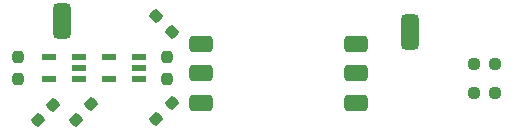
<source format=gbr>
G04 #@! TF.GenerationSoftware,KiCad,Pcbnew,(6.0.6-0)*
G04 #@! TF.CreationDate,2022-11-05T02:28:38-04:00*
G04 #@! TF.ProjectId,Twins Main PCB,5477696e-7320-44d6-9169-6e205043422e,1*
G04 #@! TF.SameCoordinates,Original*
G04 #@! TF.FileFunction,Paste,Top*
G04 #@! TF.FilePolarity,Positive*
%FSLAX46Y46*%
G04 Gerber Fmt 4.6, Leading zero omitted, Abs format (unit mm)*
G04 Created by KiCad (PCBNEW (6.0.6-0)) date 2022-11-05 02:28:38*
%MOMM*%
%LPD*%
G01*
G04 APERTURE LIST*
G04 Aperture macros list*
%AMRoundRect*
0 Rectangle with rounded corners*
0 $1 Rounding radius*
0 $2 $3 $4 $5 $6 $7 $8 $9 X,Y pos of 4 corners*
0 Add a 4 corners polygon primitive as box body*
4,1,4,$2,$3,$4,$5,$6,$7,$8,$9,$2,$3,0*
0 Add four circle primitives for the rounded corners*
1,1,$1+$1,$2,$3*
1,1,$1+$1,$4,$5*
1,1,$1+$1,$6,$7*
1,1,$1+$1,$8,$9*
0 Add four rect primitives between the rounded corners*
20,1,$1+$1,$2,$3,$4,$5,0*
20,1,$1+$1,$4,$5,$6,$7,0*
20,1,$1+$1,$6,$7,$8,$9,0*
20,1,$1+$1,$8,$9,$2,$3,0*%
G04 Aperture macros list end*
%ADD10RoundRect,0.237500X0.344715X-0.008839X-0.008839X0.344715X-0.344715X0.008839X0.008839X-0.344715X0*%
%ADD11RoundRect,0.237500X0.008839X0.344715X-0.344715X-0.008839X-0.008839X-0.344715X0.344715X0.008839X0*%
%ADD12RoundRect,0.350000X0.650000X0.350000X-0.650000X0.350000X-0.650000X-0.350000X0.650000X-0.350000X0*%
%ADD13RoundRect,0.237500X-0.008839X-0.344715X0.344715X0.008839X0.008839X0.344715X-0.344715X-0.008839X0*%
%ADD14RoundRect,0.350000X-0.650000X-0.350000X0.650000X-0.350000X0.650000X0.350000X-0.650000X0.350000X0*%
%ADD15RoundRect,0.375000X0.375000X-1.125000X0.375000X1.125000X-0.375000X1.125000X-0.375000X-1.125000X0*%
%ADD16RoundRect,0.237500X0.250000X0.237500X-0.250000X0.237500X-0.250000X-0.237500X0.250000X-0.237500X0*%
%ADD17RoundRect,0.237500X0.237500X-0.250000X0.237500X0.250000X-0.237500X0.250000X-0.237500X-0.250000X0*%
%ADD18RoundRect,0.088500X0.516500X0.206500X-0.516500X0.206500X-0.516500X-0.206500X0.516500X-0.206500X0*%
%ADD19RoundRect,0.237500X-0.237500X0.250000X-0.237500X-0.250000X0.237500X-0.250000X0.237500X0.250000X0*%
G04 APERTURE END LIST*
D10*
X134645235Y-98945235D03*
X133354765Y-97654765D03*
D11*
X134645235Y-105004765D03*
X133354765Y-106295235D03*
D12*
X150275000Y-104975000D03*
D13*
X126554765Y-106395235D03*
X127845235Y-105104765D03*
D14*
X137125000Y-102475000D03*
D15*
X154800000Y-98990000D03*
X125370000Y-98010000D03*
D16*
X162062500Y-104150000D03*
X160237500Y-104150000D03*
D12*
X150275000Y-102475000D03*
D16*
X162062500Y-101700000D03*
X160237500Y-101700000D03*
D17*
X134225000Y-102912500D03*
X134225000Y-101087500D03*
D13*
X123329765Y-106420235D03*
X124620235Y-105129765D03*
D18*
X131880000Y-102975000D03*
X131880000Y-102025000D03*
X131880000Y-101075000D03*
X129370000Y-101075000D03*
X129370000Y-102975000D03*
D14*
X137125000Y-104975000D03*
X137125000Y-99975000D03*
D19*
X121625000Y-101087500D03*
X121625000Y-102912500D03*
D12*
X150275000Y-99975000D03*
D18*
X126792500Y-102950000D03*
X126792500Y-102000000D03*
X126792500Y-101050000D03*
X124282500Y-101050000D03*
X124282500Y-102950000D03*
M02*

</source>
